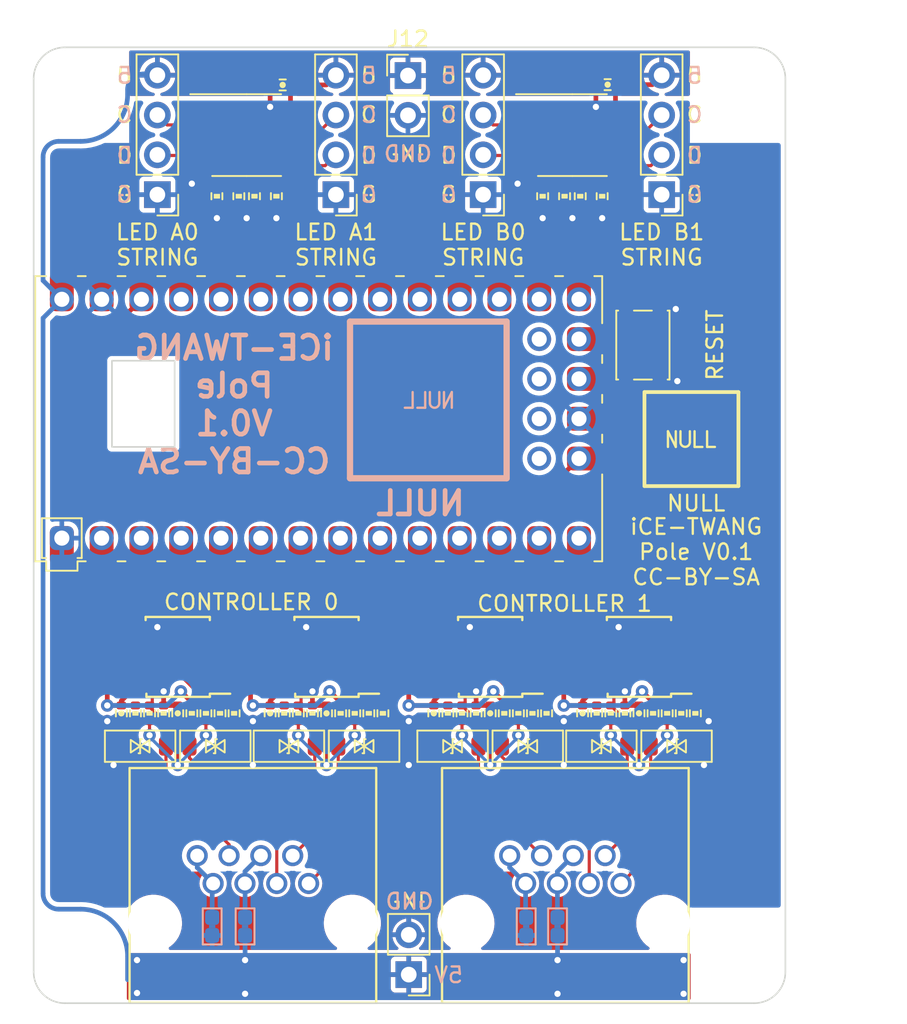
<source format=kicad_pcb>
(kicad_pcb (version 20210925) (generator pcbnew)
  (title_block (title "iCE-TWANG Pole") (rev "V0.1") (company "1BitSquared") (comment 1 "(C) 2021 1BitSquared <info@1bitsquared.com>") (comment 2 "(C) 2021 Piotr Esden-Tempski <piotr@esden.net>") (comment 3 "License: CC-BY-SA 4.0"))
  (layers (0 "F.Cu" signal) (31 "B.Cu" signal) (34 "B.Paste" user) (35 "F.Paste" user) (36 "B.SilkS" user "B.Silkscreen") (37 "F.SilkS" user "F.Silkscreen") (38 "B.Mask" user) (39 "F.Mask" user) (44 "Edge.Cuts" user))
  (net 0 "")
  (net 1 "GND")
  (net 2 "/CTRL0_DAT_TX")
  (net 3 "/CTRL0_DAT_DE")
  (net 4 "/CTRL0_DAT_RX")
  (net 5 "/CTRL0_CLK_TX")
  (net 6 "/CTRL0_CLK_DE")
  (net 7 "/CTRL0_CLK_RX")
  (net 8 "/CTRL1_DAT_TX")
  (net 9 "/CTRL1_DAT_DE")
  (net 10 "/CTRL1_DAT_RX")
  (net 11 "/CTRL1_CLK_TX")
  (net 12 "/CTRL1_CLK_DE")
  (net 13 "/CTRL1_CLK_RX")
  (net 17 "/LEDb1_DAT")
  (net 18 "/LEDb1_CLK")
  (net 19 "/LEDb0_DAT")
  (net 20 "/LEDb0_CLK")
  (net 21 "/LEDa1_DAT")
  (net 22 "/LEDa1_CLK")
  (net 23 "/LEDa0_DAT")
  (net 24 "/LEDa0_CLK")
  (net 26 "+3V3")
  (net 27 "+5V")
  (net 28 "Net-(A1-Pad31)")
  (net 30 "Net-(C3-Pad2)")
  (net 31 "Net-(C4-Pad2)")
  (net 32 "Net-(C7-Pad2)")
  (net 33 "Net-(C8-Pad2)")
  (net 34 "/comm0/COMM5V")
  (net 35 "/comm0/COMMGND")
  (net 36 "/comm0/DAT_P")
  (net 37 "/comm0/DAT_N")
  (net 38 "/comm0/CLK_P")
  (net 39 "/comm1/COMM5V")
  (net 40 "/comm1/COMMGND")
  (net 41 "/comm1/DAT_P")
  (net 42 "/comm1/DAT_N")
  (net 43 "/comm1/CLK_P")
  (net 44 "/comm0/DAT_~{RE}")
  (net 45 "/comm0/CLK_~{RE}")
  (net 46 "/comm0/CLK_N")
  (net 47 "/comm1/DAT_~{RE}")
  (net 48 "/comm1/CLK_~{RE}")
  (net 49 "/comm1/CLK_N")
  (net 50 "Net-(R29-Pad1)")
  (net 51 "Net-(R30-Pad1)")
  (net 52 "Net-(R31-Pad1)")
  (net 53 "Net-(R32-Pad1)")
  (net 54 "Net-(R33-Pad1)")
  (net 55 "Net-(R34-Pad1)")
  (net 56 "Net-(R35-Pad1)")
  (net 57 "Net-(R36-Pad1)")
  (net 58 "/LEDa/DAT0x")
  (net 59 "/LEDa/CLK0x")
  (net 60 "/LEDa/DAT1x")
  (net 61 "/LEDa/CLK1x")
  (net 62 "/LEDb/DAT0x")
  (net 63 "/LEDb/CLK0x")
  (net 64 "/LEDb/DAT1x")
  (net 65 "/LEDb/CLK1x")
  (footprint "pkl_dipol:R_0402" (layer "F.Cu") (at 61.35 62.5 -90)
    (fp_text reference "R17")
    (fp_text value "118R")
  )
  (footprint "pkl_dipol:R_0402" (layer "F.Cu") (at 34.1 29.5 -90)
    (fp_text reference "R31")
    (fp_text value "10k")
  )
  (footprint "pkl_amphenol:AMPHENOL_RJHSE5080" (layer "F.Cu") (at 53.95 75.9)
    (fp_text reference "J6")
    (fp_text value "RJ45")
  )
  (footprint "pkl_dipol:R_0402" (layer "F.Cu") (at 48.25 62.5 90)
    (fp_text reference "R28")
    (fp_text value "620R")
  )
  (footprint "pkl_dipol:R_0402" (layer "F.Cu") (at 32.8 62.5 -90)
    (fp_text reference "R2")
    (fp_text value "10k")
  )
  (footprint "pkl_buttons_switches:SW_SPST_3x4x2.5" (layer "F.Cu") (at 58.9 39 90)
    (fp_text reference "SW1")
    (fp_text value "TACT")
  )
  (footprint "pkl_dipol:C_0402" (layer "F.Cu") (at 45.55 62.5 -90)
    (fp_text reference "C5")
    (fp_text value "100n")
  )
  (footprint "pkl_dipol:C_0402" (layer "F.Cu") (at 55.05 62.5 -90)
    (fp_text reference "C6")
    (fp_text value "100n")
  )
  (footprint "MountingHole:MountingHole_3.2mm_M3_DIN965" (layer "F.Cu") (at 23 78 45)
    (fp_text reference "REF**" hide)
    (fp_text value "MountingHole_3.2mm_M3_DIN965" hide)
  )
  (footprint "pkl_housings_soic:SOIC-8_5x4mm_Pitch1.27mm" (layer "F.Cu") (at 49.15 58.9 180)
    (fp_text reference "U4")
    (fp_text value "SN65HVD75")
  )
  (footprint "pkl_housings_soic:SOIC-8_5x4mm_Pitch1.27mm" (layer "F.Cu") (at 38.700001 58.9 180)
    (fp_text reference "U1")
    (fp_text value "SN65HVD75")
  )
  (footprint "pkl_dipol:R_0402" (layer "F.Cu") (at 39.6 62.5 -90)
    (fp_text reference "R7")
    (fp_text value "620R")
  )
  (footprint "pkl_dipol:R_0402" (layer "F.Cu") (at 52.5 29.5 -90)
    (fp_text reference "R34")
    (fp_text value "10k")
  )
  (footprint "pkl_logos:null_Logo_SilkS_6mm" (layer "F.Cu") (at 62 45)
    (fp_text reference "REF**" hide)
    (fp_text value "null_Logo_SilkS_6mm" hide)
  )
  (footprint "pkl_dipol:R_0402" (layer "F.Cu") (at 26.499999 62.500001 -90)
    (fp_text reference "R13")
    (fp_text value "118R")
  )
  (footprint "pkl_dipol:D_SOD-123-TVS-BIDI" (layer "F.Cu") (at 26.799999 64.6 180)
    (fp_text reference "TVS4")
    (fp_text value "SMF15CA")
  )
  (footprint "pkl_dipol:C_0402" (layer "F.Cu") (at 49.15 62.5 -90)
    (fp_text reference "C8")
    (fp_text value "100n")
  )
  (footprint "pkl_dipol:R_0402" (layer "F.Cu") (at 33.1 29.5 -90)
    (fp_text reference "R29")
    (fp_text value "10k")
  )
  (footprint "pkl_dipol:R_0402" (layer "F.Cu") (at 51.85 62.499999 -90)
    (fp_text reference "R19")
    (fp_text value "118R")
  )
  (footprint "pkl_dipol:R_0402" (layer "F.Cu") (at 30.1 62.5 -90)
    (fp_text reference "R11")
    (fp_text value "620R")
  )
  (footprint "Connector_PinHeader_2.54mm:PinHeader_1x04_P2.54mm_Vertical" (layer "F.Cu") (at 39.300002 29.4 180)
    (fp_text reference "J8")
    (fp_text value "RGB_LED")
  )
  (footprint "pkl_dipol:R_0402" (layer "F.Cu") (at 28.3 62.499999 90)
    (fp_text reference "R14")
    (fp_text value "620R")
  )
  (footprint "pkl_dipol:R_0402" (layer "F.Cu") (at 27.4 62.499999 -90)
    (fp_text reference "R6")
    (fp_text value "118R")
  )
  (footprint "MountingHole:MountingHole_3.2mm_M3_DIN965" (layer "F.Cu") (at 65 23)
    (fp_text reference "REF**" hide)
    (fp_text value "MountingHole_3.2mm_M3_DIN965" hide)
  )
  (footprint "pkl_dipol:R_0402" (layer "F.Cu") (at 47.35 62.5 -90)
    (fp_text reference "R20")
    (fp_text value "118R")
  )
  (footprint "pkl_dipol:C_0402" (layer "F.Cu") (at 58.650001 62.5 -90)
    (fp_text reference "C7")
    (fp_text value "100n")
  )
  (footprint "Package_SO:TSSOP-14_4.4x5mm_P0.65mm" (layer "F.Cu") (at 33.600002 25.6)
    (fp_text reference "U5")
    (fp_text value "74AHCT125")
  )
  (footprint "pkl_dipol:R_0402" (layer "F.Cu") (at 54.9 29.5 -90)
    (fp_text reference "R35")
    (fp_text value "10k")
  )
  (footprint "pkl_dipol:R_0402" (layer "F.Cu") (at 42.3 62.499999 -90)
    (fp_text reference "R1")
    (fp_text value "10k")
  )
  (footprint "pkl_dipol:R_0402" (layer "F.Cu") (at 56.85 62.5 -90)
    (fp_text reference "R18")
    (fp_text value "118R")
  )
  (footprint "pkl_amphenol:AMPHENOL_RJHSE5080" (layer "F.Cu") (at 34 75.9)
    (fp_text reference "J3")
    (fp_text value "RJ45")
  )
  (footprint "pkl_dipol:R_0402" (layer "F.Cu") (at 59.55 62.5 -90)
    (fp_text reference "R21")
    (fp_text value "620R")
  )
  (footprint "pkl_module:iCEBreaker_Bitsy" (layer "F.Cu") (at 38.2 43.7 90)
    (fp_text reference "A1")
    (fp_text value "iCEBreaker_Bitsy")
  )
  (footprint "pkl_dipol:R_0402" (layer "F.Cu") (at 35.999999 62.499999 -90)
    (fp_text reference "R9")
    (fp_text value "118R")
  )
  (footprint "MountingHole:MountingHole_3.2mm_M3_DIN965" (layer "F.Cu") (at 23 23)
    (fp_text reference "REF**" hide)
    (fp_text value "MountingHole_3.2mm_M3_DIN965" hide)
  )
  (footprint "pkl_dipol:R_0402" (layer "F.Cu") (at 55.95 62.5 -90)
    (fp_text reference "R23")
    (fp_text value "118R")
  )
  (footprint "Connector_PinHeader_2.54mm:PinHeader_1x02_P2.54mm_Vertical" (layer "F.Cu") (at 43.95 79.175 180)
    (fp_text reference "J11")
    (fp_text value "5V")
  )
  (footprint "Package_SO:TSSOP-14_4.4x5mm_P0.65mm" (layer "F.Cu") (at 54.4 25.6)
    (fp_text reference "U6")
    (fp_text value "74AHCT125")
  )
  (footprint "Connector_PinHeader_2.54mm:PinHeader_1x04_P2.54mm_Vertical" (layer "F.Cu") (at 60.1 29.4 180)
    (fp_text reference "J10")
    (fp_text value "RGB_LED")
  )
  (footprint "pkl_dipol:R_0402" (layer "F.Cu") (at 31.9 62.5 -90)
    (fp_text reference "R5")
    (fp_text value "118R")
  )
  (footprint "pkl_housings_soic:SOIC-8_5x4mm_Pitch1.27mm" (layer "F.Cu") (at 29.2 58.9 180)
    (fp_text reference "U2")
    (fp_text value "SN65HVD75")
  )
  (footprint "pkl_dipol:R_0402" (layer "F.Cu") (at 52.750001 62.5 -90)
    (fp_text reference "R16")
    (fp_text value "10k")
  )
  (footprint "pkl_dipol:R_0402" (layer "F.Cu") (at 40.5 62.5 -90)
    (fp_text reference "R8")
    (fp_text value "118R")
  )
  (footprint "pkl_dipol:R_0402" (layer "F.Cu") (at 36.899999 62.499999 -90)
    (fp_text reference "R4")
    (fp_text value "118R")
  )
  (footprint "pkl_dipol:D_SOD-123-TVS-BIDI" (layer "F.Cu") (at 31.6 64.600001 180)
    (fp_text reference "TVS3")
    (fp_text value "SMF15CA")
  )
  (footprint "pkl_dipol:D_SOD-123-TVS-BIDI" (layer "F.Cu") (at 51.55 64.6 180)
    (fp_text reference "TVS7")
    (fp_text value "SMF15CA")
  )
  (footprint "pkl_dipol:R_0402" (layer "F.Cu") (at 37.8 62.5 90)
    (fp_text reference "R10")
    (fp_text value "620R")
  )
  (footprint "pkl_dipol:R_0402" (layer "F.Cu") (at 31 62.5 -90)
    (fp_text reference "R12")
    (fp_text value "118R")
  )
  (footprint "pkl_dipol:C_0402" (layer "F.Cu") (at 29.2 62.500001 -90)
    (fp_text reference "C4")
    (fp_text value "100n")
  )
  (footprint "pkl_dipol:R_0402" (layer "F.Cu") (at 53.9 29.5 -90)
    (fp_text reference "R33")
    (fp_text value "10k")
  )
  (footprint "pkl_dipol:C_0402" (layer "F.Cu") (at 35.900002 22.4 180)
    (fp_text reference "C9")
    (fp_text value "100n")
  )
  (footprint "pkl_dipol:D_SOD-123-TVS-BIDI" (layer "F.Cu") (at 36.299999 64.6 180)
    (fp_text reference "TVS2")
    (fp_text value "SMF15CA")
  )
  (footprint "pkl_dipol:D_SOD-123-TVS-BIDI" (layer "F.Cu") (at 56.25 64.6 180)
    (fp_text reference "TVS6")
    (fp_text value "SMF15CA")
  )
  (footprint "pkl_dipol:R_0402" (layer "F.Cu") (at 57.75 62.5 90)
    (fp_text reference "R24")
    (fp_text value "620R")
  )
  (footprint "Connector_PinHeader_2.54mm:PinHeader_1x04_P2.54mm_Vertical" (layer "F.Cu") (at 48.7 29.4 180)
    (fp_text reference "J9")
    (fp_text value "RGB_LED")
  )
  (footprint "pkl_dipol:D_SOD-123-TVS-BIDI" (layer "F.Cu") (at 41.100001 64.6 180)
    (fp_text reference "TVS1")
    (fp_text value "SMF15CA")
  )
  (footprint "pkl_dipol:R_0402" (layer "F.Cu") (at 50.05 62.5 -90)
    (fp_text reference "R25")
    (fp_text value "620R")
  )
  (footprint "pkl_dipol:C_0402" (layer "F.Cu") (at 56.649999 22.38 180)
    (fp_text reference "C10")
    (fp_text value "100n")
  )
  (footprint "MountingHole:MountingHole_3.2mm_M3_DIN965" (layer "F.Cu") (at 65 78 45)
    (fp_text reference "REF**" hide)
    (fp_text value "MountingHole_3.2mm_M3_DIN965" hide)
  )
  (footprint "pkl_dipol:C_0402" (layer "F.Cu") (at 25.6 62.5 -90)
    (fp_text reference "C2")
    (fp_text value "100n")
  )
  (footprint "pkl_dipol:C_0402" (layer "F.Cu") (at 38.7 62.5 -90)
    (fp_text reference "C3")
    (fp_text value "100n")
  )
  (footprint "Connector_PinHeader_2.54mm:PinHeader_1x04_P2.54mm_Vertical" (layer "F.Cu") (at 27.900002 29.4 180)
    (fp_text reference "J7")
    (fp_text value "RGB_LED")
  )
  (footprint "pkl_dipol:C_0402" (layer "F.Cu") (at 35.1 62.500001 -90)
    (fp_text reference "C1")
    (fp_text value "100n")
  )
  (footprint "pkl_dipol:R_0402" (layer "F.Cu") (at 35.5 29.5 -90)
    (fp_text reference "R32")
    (fp_text value "10k")
  )
  (footprint "pkl_dipol:R_0402" (layer "F.Cu") (at 31.7 29.5 -90)
    (fp_text reference "R30")
    (fp_text value "10k")
  )
  (footprint "pkl_dipol:R_0402" (layer "F.Cu") (at 41.399999 62.5 -90)
    (fp_text reference "R3")
    (fp_text value "118R")
  )
  (footprint "pkl_dipol:R_0402" (layer "F.Cu") (at 60.45 62.5 -90)
    (fp_text reference "R22")
    (fp_text value "118R")
  )
  (footprint "pkl_dipol:R_0402" (layer "F.Cu") (at 62.25 62.5 -90)
    (fp_text reference "R15")
    (fp_text value "10k")
  )
  (footprint "pkl_dipol:R_0402" (layer "F.Cu") (at 46.45 62.5 -90)
    (fp_text reference "R27")
    (fp_text value "118R")
  )
  (footprint "pkl_housings_soic:SOIC-8_5x4mm_Pitch1.27mm" (layer "F.Cu") (at 58.65 58.9 180)
    (fp_text reference "U3")
    (fp_text value "SN65HVD75")
  )
  (footprint "pkl_dipol:D_SOD-123-TVS-BIDI" (layer "F.Cu") (at 46.75 64.6 180)
    (fp_text reference "TVS8")
    (fp_text value "SMF15CA")
  )
  (footprint "Connector_PinHeader_2.54mm:PinHeader_1x02_P2.54mm_Vertical" (layer "F.Cu") (at 43.9 21.8)
    (fp_text reference "J12")
    (fp_text value "5V")
  )
  (footprint "pkl_dipol:R_0402" (layer "F.Cu") (at 50.949999 62.5 -90)
    (fp_text reference "R26")
    (fp_text value "118R")
  )
  (footprint "pkl_dipol:R_0402" (layer "F.Cu") (at 56.3 29.5 -90)
    (fp_text reference "R36")
    (fp_text value "10k")
  )
  (footprint "pkl_dipol:D_SOD-123-TVS-BIDI" (layer "F.Cu") (at 61.05 64.6 180)
    (fp_text reference "TVS5")
    (fp_text value "SMF15CA")
  )
  (footprint "pkl_logos:null_Logo_SilkS_10mm" (layer "B.Cu") (at 45.2 42.5 180)
    (fp_text reference "REF**" hide)
    (fp_text value "null_Logo_SilkS_10mm" hide)
  )
  (footprint "pkl_jumpers:J_NC_0603_40" (layer "B.Cu") (at 31.4 76.100001 90)
    (fp_text reference "J2")
    (fp_text value "COMMGND")
  )
  (footprint "pkl_jumpers:J_NC_0603_40" (layer "B.Cu") (at 51.45 76.1 90)
    (fp_text reference "J5")
    (fp_text value "COMMGND")
  )
  (footprint "pkl_jumpers:J_NC_0603_40" (layer "B.Cu") (at 33.499999 76.1 -90)
    (fp_text reference "J1")
    (fp_text value "COMM5V")
  )
  (footprint "pkl_jumpers:J_NC_0603_40" (layer "B.Cu") (at 53.45 76.1 -90)
    (fp_text reference "J4")
    (fp_text value "COMM5V")
  )
  (gr_arc (start 22 22) (end 20 22) (angle 90) (layer "Edge.Cuts") (width 0.1))
  (gr_line (start 66 81) (end 22 81) (layer "Edge.Cuts") (width 0.1))
  (gr_line (start 68 22) (end 68 79) (layer "Edge.Cuts") (width 0.1))
  (gr_arc (start 66 22) (end 66 20) (angle 90) (layer "Edge.Cuts") (width 0.1))
  (gr_arc (start 66 79) (end 66 81) (angle -90) (layer "Edge.Cuts") (width 0.1))
  (gr_arc (start 22 79) (end 22 81) (angle 90) (layer "Edge.Cuts") (width 0.1))
  (gr_line (start 22 20) (end 66 20) (layer "Edge.Cuts") (width 0.1))
  (gr_line (start 20 79) (end 20 22) (layer "Edge.Cuts") (width 0.1))
  (gr_rect (start 25 40) (end 29 45.5) (layer "Edge.Cuts") (width 0.1) (fill none))
  (gr_text "iCE-TWANG\nPole\nV0.1\nCC-BY-SA" (at 32.8 42.8) (layer "B.SilkS") (effects (font (size 1.5 1.5) (thickness 0.3)) (justify mirror)))
  (gr_text "5" (at 46.5 21.8) (layer "B.SilkS") (effects (font (size 1 1)) (justify mirror)))
  (gr_text "G" (at 41.4 29.4) (layer "B.SilkS") (effects (font (size 1 1)) (justify mirror)))
  (gr_text "GND" (at 43.9 26.8) (layer "B.SilkS") (effects (font (size 1 1)) (justify mirror)))
  (gr_text "5V" (at 46.5 79.2) (layer "B.SilkS") (effects (font (size 1 1)) (justify mirror)))
  (gr_text "D" (at 62.2 26.9) (layer "B.SilkS") (effects (font (size 1 1)) (justify mirror)))
  (gr_text "D" (at 46.5 26.9) (layer "B.SilkS") (effects (font (size 1 1)) (justify mirror)))
  (gr_text "C" (at 41.4 24.3) (layer "B.SilkS") (effects (font (size 1 1)) (justify mirror)))
  (gr_text "G" (at 46.5 29.4) (layer "B.SilkS") (effects (font (size 1 1)) (justify mirror)))
  (gr_text "5" (at 62.2 21.8) (layer "B.SilkS") (effects (font (size 1 1)) (justify mirror)))
  (gr_text "D" (at 25.8 26.9) (layer "B.SilkS") (effects (font (size 1 1)) (justify mirror)))
  (gr_text "NULL" (at 44.7 49.1) (layer "B.SilkS") (effects (font (size 1.5 1.5) (thickness 0.3)) (justify mirror)))
  (gr_text "G" (at 62.2 29.4) (layer "B.SilkS") (effects (font (size 1 1)) (justify mirror)))
  (gr_text "GND" (at 44 74.5) (layer "B.SilkS") (effects (font (size 1 1)) (justify mirror)))
  (gr_text "D" (at 41.4 26.9) (layer "B.SilkS") (effects (font (size 1 1)) (justify mirror)))
  (gr_text "5" (at 25.8 21.8) (layer "B.SilkS") (effects (font (size 1 1)) (justify mirror)))
  (gr_text "5" (at 41.4 21.8) (layer "B.SilkS") (effects (font (size 1 1)) (justify mirror)))
  (gr_text "C" (at 62.2 24.3) (layer "B.SilkS") (effects (font (size 1 1)) (justify mirror)))
  (gr_text "C" (at 46.5 24.3) (layer "B.SilkS") (effects (font (size 1 1)) (justify mirror)))
  (gr_text "C" (at 25.8 24.3) (layer "B.SilkS") (effects (font (size 1 1)) (justify mirror)))
  (gr_text "G" (at 25.8 29.4) (layer "B.SilkS") (effects (font (size 1 1)) (justify mirror)))
  (gr_text "5" (at 46.5 21.8) (layer "F.SilkS") (effects (font (size 1 1))))
  (gr_text "GND" (at 44 74.5) (layer "F.SilkS") (effects (font (size 1 1))))
  (gr_text "D" (at 46.5 26.9) (layer "F.SilkS") (effects (font (size 1 1))))
  (gr_text "CONTROLLER 0" (at 33.9 55.4) (layer "F.SilkS") (effects (font (size 1 1))))
  (gr_text "C" (at 62.2 24.3) (layer "F.SilkS") (effects (font (size 1 1))))
  (gr_text "LED B1\nSTRING" (at 60.1 32.6) (layer "F.SilkS") (effects (font (size 1 1))))
  (gr_text "iCE-TWANG\nPole V0.1\nCC-BY-SA" (at 62.3 52.2) (layer "F.SilkS") (effects (font (size 1 1))))
  (gr_text "D" (at 62.2 26.9) (layer "F.SilkS") (effects (font (size 1 1))))
  (gr_text "G" (at 25.8 29.4) (layer "F.SilkS") (effects (font (size 1 1))))
  (gr_text "LED A0\nSTRING" (at 27.900002 32.6) (layer "F.SilkS") (effects (font (size 1 1))))
  (gr_text "LED B0\nSTRING" (at 48.7 32.6) (layer "F.SilkS") (effects (font (size 1 1))))
  (gr_text "C" (at 25.8 24.3) (layer "F.SilkS") (effects (font (size 1 1))))
  (gr_text "CONTROLLER 1" (at 53.9 55.5) (layer "F.SilkS") (effects (font (size 1 1))))
  (gr_text "5" (at 62.2 21.8) (layer "F.SilkS") (effects (font (size 1 1))))
  (gr_text "G" (at 41.4 29.4) (layer "F.SilkS") (effects (font (size 1 1))))
  (gr_text "5" (at 25.8 21.8) (layer "F.SilkS") (effects (font (size 1 1))))
  (gr_text "LED A1\nSTRING" (at 39.300002 32.6) (layer "F.SilkS") (effects (font (size 1 1))))
  (gr_text "D" (at 25.8 26.9) (layer "F.SilkS") (effects (font (size 1 1))))
  (gr_text "C" (at 41.4 24.3) (layer "F.SilkS") (effects (font (size 1 1))))
  (gr_text "G" (at 62.2 29.4) (layer "F.SilkS") (effects (font (size 1 1))))
  (gr_text "D" (at 41.4 26.9) (layer "F.SilkS") (effects (font (size 1 1))))
  (gr_text "RESET" (at 63.5 39 90) (layer "F.SilkS") (effects (font (size 1 1))))
  (gr_text "C" (at 46.5 24.3) (layer "F.SilkS") (effects (font (size 1 1))))
  (gr_text "G" (at 46.5 29.4) (layer "F.SilkS") (effects (font (size 1 1))))
  (gr_text "5" (at 41.4 21.8) (layer "F.SilkS") (effects (font (size 1 1))))
  (gr_text "GND" (at 43.9 26.8) (layer "F.SilkS") (effects (font (size 1 1))))
  (gr_text "NULL" (at 62.3 49.1) (layer "F.SilkS") (effects (font (size 1 1))))
  (segment (start 56.3 30) (end 56.3 30.9) (width 0.3) (layer "F.Cu") (net 1))
  (segment (start 49.15 62) (end 48.25 62) (width 0.3) (layer "F.Cu") (net 1))
  (segment (start 54.9 30.4) (end 54.4 30.9) (width 0.3) (layer "F.Cu") (net 1))
  (segment (start 31.7 30) (end 31.7 30.9) (width 0.3) (layer "F.Cu") (net 1))
  (segment (start 33.25 64.6) (end 33.25 65.05) (width 0.3) (layer "F.Cu") (net 1))
  (segment (start 55.9 22.629999) (end 56.149999 22.38) (width 0.3) (layer "F.Cu") (net 1))
  (segment (start 27.9 57) (end 27.895 56.995) (width 0.3) (layer "F.Cu") (net 1))
  (segment (start 34.65 64.6) (end 33.25 64.6) (width 0.3) (layer "F.Cu") (net 1))
  (segment (start 53.2 65.15) (end 53.85 65.8) (width 0.3) (layer "F.Cu") (net 1))
  (segment (start 50.9 28.1875) (end 51.5375 27.55) (width 0.3) (layer "F.Cu") (net 1))
  (segment (start 34.65 64.6) (end 34.650001 65.15) (width 0.3) (layer "F.Cu") (net 1))
  (segment (start 30.1 28.187502) (end 30.737502 27.55) (width 0.3) (layer "F.Cu") (net 1))
  (segment (start 33.1 30.4) (end 33.1 30) (width 0.3) (layer "F.Cu") (net 1))
  (segment (start 35.1 63.000001) (end 34 63) (width 0.2) (layer "F.Cu") (net 1))
  (segment (start 35.1 22.700002) (end 35.400002 22.4) (width 0.3) (layer "F.Cu") (net 1))
  (segment (start 53.2 64.6) (end 53.2 65.15) (width 0.3) (layer "F.Cu") (net 1))
  (segment (start 35.5 30) (end 35.5 30.9) (width 0.3) (layer "F.Cu") (net 1))
  (segment (start 43.95 63) (end 45.55 63) (width 0.3) (layer "F.Cu") (net 1))
  (segment (start 33.6 30.9) (end 33.1 30.4) (width 0.3) (layer "F.Cu") (net 1))
  (segment (start 53.9 30.4) (end 54.4 30.9) (width 0.3) (layer "F.Cu") (net 1))
  (segment (start 55.05 63) (end 53.85 63) (width 0.3) (layer "F.Cu") (net 1))
  (segment (start 35.1 23.8) (end 35.1 22.700002) (width 0.3) (layer "F.Cu") (net 1))
  (segment (start 25.149999 65.750001) (end 25.1 65.8) (width 0.3) (layer "F.Cu") (net 1))
  (segment (start 53.9 30) (end 53.9 30.4) (width 0.3) (layer "F.Cu") (net 1))
  (segment (start 43.95 65.8) (end 42.750001 64.6) (width 0.3) (layer "F.Cu") (net 1))
  (segment (start 34.1 30.4) (end 34.1 30) (width 0.3) (layer "F.Cu") (net 1))
  (segment (start 37.4 57) (end 36.004999 57) (width 0.3) (layer "F.Cu") (net 1))
  (segment (start 55.9 23.8) (end 55.9 22.629999) (width 0.3) (layer "F.Cu") (net 1))
  (segment (start 43.95 65.8) (end 45.1 64.65) (width 0.3) (layer "F.Cu") (net 1))
  (segment (start 30.1 28.7) (end 30.1 28.187502) (width 0.3) (layer "F.Cu") (net 1))
  (segment (start 45.1 64.65) (end 45.1 64.6) (width 0.3) (layer "F.Cu") (net 1))
  (segment (start 57.75 62) (end 57.75 61.1) (width 0.3) (layer "F.Cu") (net 1))
  (segment (start 42.3 63) (end 43.95 63) (width 0.3) (layer "F.Cu") (net 1))
  (segment (start 32.8 63) (end 34 63) (width 0.3) (layer "F.Cu") (net 1))
  (segment (start 27.895 56.995) (end 26.499999 56.995) (width 0.3) (layer "F.Cu") (net 1))
  (segment (start 38.700001 62) (end 37.8 62.000001) (width 0.3) (layer "F.Cu") (net 1))
  (segment (start 28.300001 62) (end 28.3 61.1) (width 0.3) (layer "F.Cu") (net 1))
  (segment (start 25.6 63) (end 24.7 63) (width 0.3) (layer "F.Cu") (net 1))
  (segment (start 34.650001 65.15) (end 34 65.8) (width 0.3) (layer "F.Cu") (net 1))
  (segment (start 52.5 30) (end 52.5 30.9) (width 0.3) (layer "F.Cu") (net 1))
  (segment (start 62.25 63) (end 63.1 63) (width 0.3) (layer "F.Cu") (net 1))
  (segment (start 50.9 28.7) (end 50.9 28.1875) (width 0.3) (layer "F.Cu") (net 1))
  (segment (start 57.345 56.995) (end 57.35 57) (width 0.3) (layer "F.Cu") (net 1))
  (segment (start 54.6 64.6) (end 54.6 65.05) (width 0.3) (layer "F.Cu") (net 1))
  (segment (start 37.8 62.000001) (end 37.8 61.099999) (width 0.3) (layer "F.Cu") (net 1))
  (segment (start 33.6 30.9) (end 34.1 30.4) (width 0.3) (layer "F.Cu") (net 1))
  (segment (start 29.2 62.000001) (end 28.300001 62) (width 0.3) (layer "F.Cu") (net 1))
  (segment (start 33.25 65.05) (end 34 65.8) (width 0.3) (layer "F.Cu") (net 1))
  (segment (start 62.7 65.75) (end 62.7 64.6) (width 0.3) (layer "F.Cu") (net 1))
  (segment (start 60.025001 36.7) (end 61 36.7) (width 0.3) (layer "F.Cu") (net 1))
  (segment (start 60.025001 41.3) (end 61.1 41.300001) (width 0.3) (layer "F.Cu") (net 1))
  (segment (start 58.650001 62) (end 57.75 62) (width 0.3) (layer "F.Cu") (net 1))
  (segment (start 47.845 56.995) (end 47.85 57) (width 0.3) (layer "F.Cu") (net 1))
  (segment (start 46.45 56.995) (end 47.845 56.995) (width 0.3) (layer "F.Cu") (net 1))
  (segment (start 48.25 62) (end 48.25 61.1) (width 0.3) (layer "F.Cu") (net 1))
  (segment (start 54.6 65.05) (end 53.85 65.8) (width 0.3) (layer "F.Cu") (net 1))
  (segment (start 62.75 65.8) (end 62.7 65.75) (width 0.3) (layer "F.Cu") (net 1))
  (segment (start 55.95 56.995) (end 57.345 56.995) (width 0.3) (layer "F.Cu") (net 1))
  (segment (start 52.750001 63) (end 53.85 63) (width 0.3) (layer "F.Cu") (net 1))
  (segment (start 25.149999 64.6) (end 25.149999 65.750001) (width 0.3) (layer "F.Cu") (net 1))
  (segment (start 36.004999 57) (end 35.999999 56.995) (width 0.3) (layer "F.Cu") (net 1))
  (segment (start 54.9 30) (end 54.9 30.4) (width 0.3) (layer "F.Cu") (net 1))
  (via (at 43.95 63) (size 0.8) (drill 0.4) (layers "F.Cu" "B.Cu") (net 1))
  (via (at 37.4 57) (size 0.8) (drill 0.4) (layers "F.Cu" "B.Cu") (net 1))
  (via (at 57.35 57) (size 0.8) (drill 0.4) (layers "F.Cu" "B.Cu") (net 1))
  (via (at 24.7 63) (size 0.8) (drill 0.4) (layers "F.Cu" "B.Cu") (net 1))
  (via (at 55.9 23.8) (size 0.8) (drill 0.4) (layers "F.Cu" "B.Cu") (net 1))
  (via (at 53.85 65.8) (size 0.8) (drill 0.4) (layers "F.Cu" "B.Cu") (net 1))
  (via (at 61 36.7) (size 0.8) (drill 0.4) (layers "F.Cu" "B.Cu") (net 1))
  (via (at 27.9 57) (size 0.8) (drill 0.4) (layers "F.Cu" "B.Cu") (net 1))
  (via (at 31.7 30.9) (size 0.8) (drill 0.4) (layers "F.Cu" "B.Cu") (net 1))
  (via (at 30.1 28.7) (size 0.8) (drill 0.4) (layers "F.Cu" "B.Cu") (net 1))
  (via (at 53.85 63) (size 0.8) (drill 0.4) (layers "F.Cu" "B.Cu") (net 1))
  (via (at 56.3 30.9) (size 0.8) (drill 0.4) (layers "F.Cu" "B.Cu") (net 1))
  (via (at 25.1 65.8) (size 0.8) (drill 0.4) (layers "F.Cu" "B.Cu") (net 1))
  (via (at 61.1 41.300001) (size 0.8) (drill 0.4) (layers "F.Cu" "B.Cu") (net 1))
  (via (at 63.1 63) (size 0.8) (drill 0.4) (layers "F.Cu" "B.Cu") (net 1))
  (via (at 43.95 65.8) (size 0.8) (drill 0.4) (layers "F.Cu" "B.Cu") (net 1))
  (via (at 47.85 57) (size 0.8) (drill 0.4) (layers "F.Cu" "B.Cu") (net 1))
  (via (at 28.3 61.1) (size 0.8) (drill 0.4) (layers "F.Cu" "B.Cu") (net 1))
  (via (at 34 65.8) (size 0.8) (drill 0.4) (layers "F.Cu" "B.Cu") (net 1))
  (via (at 35.5 30.9) (size 0.8) (drill 0.4) (layers "F.Cu" "B.Cu") (net 1))
  (via (at 57.75 61.1) (size 0.8) (drill 0.4) (layers "F.Cu" "B.Cu") (net 1))
  (via (at 33.6 30.9) (size 0.8) (drill 0.4) (layers "F.Cu" "B.Cu") (net 1))
  (via (at 37.8 61.099999) (size 0.8) (drill 0.4) (layers "F.Cu" "B.Cu") (net 1))
  (via (at 35.1 23.8) (size 0.8) (drill 0.4) (layers "F.Cu" "B.Cu") (net 1))
  (via (at 50.9 28.7) (size 0.8) (drill 0.4) (layers "F.Cu" "B.Cu") (net 1))
  (via (at 34 63) (size 0.8) (drill 0.4) (layers "F.Cu" "B.Cu") (net 1))
  (via (at 62.8 65.8) (size 0.8) (drill 0.4) (layers "F.Cu" "B.Cu") (net 1))
  (via (at 54.4 30.9) (size 0.8) (drill 0.4) (layers "F.Cu" "B.Cu") (net 1))
  (via (at 48.25 61.1) (size 0.8) (drill 0.4) (layers "F.Cu" "B.Cu") (net 1))
  (via (at 52.5 30.9) (size 0.8) (drill 0.4) (layers "F.Cu" "B.Cu") (net 1))
  (segment (start 40.205 56.995) (end 41.400001 56.995) (width 0.2) (layer "F.Cu") (net 2))
  (segment (start 37.04 53.84) (end 40.2 57) (width 0.2) (layer "F.Cu") (net 2))
  (segment (start 37.04 51.32) (end 37.04 53.84) (width 0.2) (layer "F.Cu") (net 2))
  (segment (start 40.2 57) (end 40.205 56.995) (width 0.2) (layer "F.Cu") (net 2))
  (segment (start 34.5 51.32) (end 34.5 52.4) (width 0.2) (layer "F.Cu") (net 3))
  (segment (start 34.5 52.4) (end 40.365 58.265) (width 0.2) (layer "F.Cu") (net 3))
  (segment (start 40.365 58.265) (end 41.4 58.265001) (width 0.2) (layer "F.Cu") (net 3))
  (segment (start 37.089259 55.7) (end 40.2 58.810741) (width 0.2) (layer "F.Cu") (net 4))
  (segment (start 40.2 58.810741) (end 40.2 60.6) (width 0.2) (layer "F.Cu") (net 4))
  (segment (start 35.26237 55.7) (end 37.089259 55.7) (width 0.2) (layer "F.Cu") (net 4))
  (segment (start 31.96 51.32) (end 31.96 52.39763) (width 0.2) (layer "F.Cu") (net 4))
  (segment (start 40.2 60.6) (end 40.405 60.805) (width 0.2) (layer "F.Cu") (net 4))
  (segment (start 31.96 52.39763) (end 35.26237 55.7) (width 0.2) (layer "F.Cu") (net 4))
  (segment (start 40.405 60.805) (end 41.399999 60.805) (width 0.2) (layer "F.Cu") (net 4))
  (segment (start 29.42 55.72) (end 30.695 56.995) (width 0.2) (layer "F.Cu") (net 5))
  (segment (start 29.42 51.32) (end 29.42 55.72) (width 0.2) (layer "F.Cu") (net 5))
  (segment (start 30.695 56.995) (end 31.9 56.995) (width 0.2) (layer "F.Cu") (net 5))
  (segment (start 26.88 51.32) (end 26.88 54.079999) (width 0.2) (layer "F.Cu") (net 6))
  (segment (start 26.88 54.079999) (end 31.065 58.265) (width 0.2) (layer "F.Cu") (net 6))
  (segment (start 31.065 58.265) (end 31.9 58.265) (width 0.2) (layer "F.Cu") (net 6))
  (segment (start 29.899999 58.949871) (end 31.755128 60.805) (width 0.2) (layer "F.Cu") (net 7))
  (segment (start 29.899999 57.957629) (end 29.899999 58.949871) (width 0.2) (layer "F.Cu") (net 7))
  (segment (start 24.34 52.39763) (end 29.899999 57.957629) (width 0.2) (layer "F.Cu") (net 7))
  (segment (start 24.34 51.32) (end 24.34 52.39763) (width 0.2) (layer "F.Cu") (net 7))
  (segment (start 31.755128 60.805) (end 31.9 60.805) (width 0.2) (layer "F.Cu") (net 7))
  (segment (start 52.28 51.32) (end 52.28 52.48) (width 0.2) (layer "F.Cu") (net 8))
  (segment (start 52.28 52.48) (end 54 54.2) (width 0.2) (layer "F.Cu") (net 8))
  (segment (start 57.5 54.2) (end 60.2975 56.9975) (width 0.2) (layer "F.Cu") (net 8))
  (segment (start 60.345 56.995) (end 61.35 56.995) (width 0.2) (layer "F.Cu") (net 8))
  (segment (start 54 54.2) (end 57.5 54.2) (width 0.2) (layer "F.Cu") (net 8))
  (segment (start 49.74 52.44) (end 51.9 54.6) (width 0.2) (layer "F.Cu") (net 9))
  (segment (start 60.315 58.265) (end 61.35 58.265) (width 0.2) (layer "F.Cu") (net 9))
  (segment (start 49.74 51.32) (end 49.74 52.44) (width 0.2) (layer "F.Cu") (net 9))
  (segment (start 56.6175 54.6) (end 60.2825 58.265) (width 0.2) (layer "F.Cu") (net 9))
  (segment (start 51.9 54.6) (end 56.6175 54.6) (width 0.2) (layer "F.Cu") (net 9))
  (segment (start 48.35 53.55) (end 49.25 53.55) (width 0.2) (layer "F.Cu") (net 10))
  (segment (start 60.15 60.5) (end 60.455 60.805) (width 0.2) (layer "F.Cu") (net 10))
  (segment (start 56.5 55.15) (end 60.15 58.8) (width 0.2) (layer "F.Cu") (net 10))
  (segment (start 49.25 53.55) (end 50.85 55.15) (width 0.2) (layer "F.Cu") (net 10))
  (segment (start 60.455 60.805) (end 61.35 60.805) (width 0.2) (layer "F.Cu") (net 10))
  (segment (start 47.2 52.4) (end 48.35 53.55) (width 0.2) (layer "F.Cu") (net 10))
  (segment (start 50.85 55.15) (end 56.5 55.15) (width 0.2) (layer "F.Cu") (net 10))
  (segment (start 60.15 58.8) (end 60.15 60.5) (width 0.2) (layer "F.Cu") (net 10))
  (segment (start 47.2 51.32) (end 47.2 52.4) (width 0.2) (layer "F.Cu") (net 10))
  (segment (start 47.2 51.32) (end 47.2 52.501) (width 0.2) (layer "F.Cu") (net 10))
  (segment (start 44.66 51.32) (end 44.66 52.46) (width 0.2) (layer "F.Cu") (net 11))
  (segment (start 50.755 56.995) (end 51.85 56.995) (width 0.2) (layer "F.Cu") (net 11))
  (segment (start 48.25 54.5) (end 50.75 57) (width 0.2) (layer "F.Cu") (net 11))
  (segment (start 46.7 54.5) (end 48.25 54.5) (width 0.2) (layer "F.Cu") (net 11))
  (segment (start 50.75 57) (end 50.755 56.995) (width 0.2) (layer "F.Cu") (net 11))
  (segment (start 44.66 52.46) (end 46.7 54.5) (width 0.2) (layer "F.Cu") (net 11))
  (segment (start 47.55 55) (end 50.815 58.265) (width 0.2) (layer "F.Cu") (net 12))
  (segment (start 50.815 58.265) (end 51.85 58.265) (width 0.2) (layer "F.Cu") (net 12))
  (segment (start 42.12 52.32) (end 44.8 55) (width 0.2) (layer "F.Cu") (net 12))
  (segment (start 44.8 55) (end 47.55 55) (width 0.2) (layer "F.Cu") (net 12))
  (segment (start 42.12 51.32) (end 42.12 52.32) (width 0.2) (layer "F.Cu") (net 12))
  (segment (start 51.055 60.805) (end 51.85 60.805) (width 0.2) (layer "F.Cu") (net 13))
  (segment (start 39.58 51.32) (end 39.58 52.28) (width 0.2) (layer "F.Cu") (net 13))
  (segment (start 39.58 52.28) (end 42.9 55.6) (width 0.2) (layer "F.Cu") (net 13))
  (segment (start 50.15 59.9) (end 51.055 60.805) (width 0.2) (layer "F.Cu") (net 13))
  (segment (start 47.45 55.6) (end 50.15 58.3) (width 0.2) (layer "F.Cu") (net 13))
  (segment (start 42.9 55.6) (end 47.45 55.6) (width 0.2) (layer "F.Cu") (net 13))
  (segment (start 50.15 58.3) (end 50.15 59.9) (width 0.2) (layer "F.Cu") (net 13))
  (segment (start 57.2 32.8) (end 57.2 28.9) (width 0.2) (layer "F.Cu") (net 17))
  (segment (start 56.5 26.9) (end 57.2625 26.9) (width 0.2) (layer "F.Cu") (net 17))
  (segment (start 56.2 27.2) (end 56.5 26.9) (width 0.2) (layer "F.Cu") (net 17))
  (segment (start 57.2 28.9) (end 56.2 27.9) (width 0.2) (layer "F.Cu") (net 17))
  (segment (start 56.5 33.5) (end 57.2 32.8) (width 0.2) (layer "F.Cu") (net 17))
  (segment (start 49.74 36.08) (end 49.74 34.16) (width 0.2) (layer "F.Cu") (net 17))
  (segment (start 49.74 34.16) (end 50.4 33.5) (width 0.2) (layer "F.Cu") (net 17))
  (segment (start 50.4 33.5) (end 56.5 33.5) (width 0.2) (layer "F.Cu") (net 17))
  (segment (start 56.2 27.9) (end 56.2 27.2) (width 0.2) (layer "F.Cu") (net 17))
  (segment (start 55 33) (end 55.6 32.4) (width 0.2) (layer "F.Cu") (net 18))
  (segment (start 47.2 36.08) (end 47.2 34.1) (width 0.2) (layer "F.Cu") (net 18))
  (segment (start 55.4 28.265006) (end 55.4 26) (width 0.2) (layer "F.Cu") (net 18))
  (segment (start 55.6 32.4) (end 55.6 28.465006) (width 0.2) (layer "F.Cu") (net 18))
  (segment (start 47.2 34.1) (end 48.3 33) (width 0.2) (layer "F.Cu") (net 18))
  (segment (start 56.45 24.95) (end 57.2625 24.95) (width 0.2) (layer "F.Cu") (net 18))
  (segment (start 55.4 26) (end 56.45 24.95) (width 0.2) (layer "F.Cu") (net 18))
  (segment (start 55.6 28.465006) (end 55.4 28.265006) (width 0.2) (layer "F.Cu") (net 18))
  (segment (start 48.3 33) (end 55 33) (width 0.2) (layer "F.Cu") (net 18))
  (segment (start 51.1 32.2) (end 51.8 31.5) (width 0.2) (layer "F.Cu") (net 19))
  (segment (start 44 32.2) (end 51.1 32.2) (width 0.2) (layer "F.Cu") (net 19))
  (segment (start 42.12 34.08) (end 44 32.2) (width 0.2) (layer "F.Cu") (net 19))
  (segment (start 52.6 27.792778) (end 52.6 26.6) (width 0.2) (layer "F.Cu") (net 19))
  (segment (start 42.12 36.08) (end 42.12 34.08) (width 0.2) (layer "F.Cu") (net 19))
  (segment (start 52.25 26.25) (end 51.5375 26.25) (width 0.2) (layer "F.Cu") (net 19))
  (segment (start 51.8 28.592778) (end 52.6 27.792778) (width 0.2) (layer "F.Cu") (net 19))
  (segment (start 52.6 26.6) (end 52.25 26.25) (width 0.2) (layer "F.Cu") (net 19))
  (segment (start 51.8 31.5) (end 51.8 28.592778) (width 0.2) (layer "F.Cu") (net 19))
  (segment (start 53.2 32) (end 53.2 28.365006) (width 0.2) (layer "F.Cu") (net 20))
  (segment (start 44.66 35.00237) (end 47.06237 32.6) (width 0.2) (layer "F.Cu") (net 20))
  (segment (start 52.6 32.6) (end 53.2 32) (width 0.2) (layer "F.Cu") (net 20))
  (segment (start 53.2 28.365006) (end 53.39904 28.165966) (width 0.2) (layer "F.Cu") (net 20))
  (segment (start 53.39904 25.39904) (end 52.3 24.3) (width 0.2) (layer "F.Cu") (net 20))
  (segment (start 47.06237 32.6) (end 52.6 32.6) (width 0.2) (layer "F.Cu") (net 20))
  (segment (start 44.66 36.08) (end 44.66 35.00237) (width 0.2) (layer "F.Cu") (net 20))
  (segment (start 52.3 24.3) (end 51.5375 24.3) (width 0.2) (layer "F.Cu") (net 20))
  (segment (start 53.39904 28.165966) (end 53.39904 25.39904) (width 0.2) (layer "F.Cu") (net 20))
  (segment (start 35.4 27.9) (end 35.4 27.2) (width 0.2) (layer "F.Cu") (net 21))
  (segment (start 36.2 28.2) (end 35.7 28.2) (width 0.2) (layer "F.Cu") (net 21))
  (segment (start 36.7 31.2) (end 36.7 28.7) (width 0.2) (layer "F.Cu") (net 21))
  (segment (start 35.4 27.2) (end 35.7 26.9) (width 0.2) (layer "F.Cu") (net 21))
  (segment (start 36.7 28.7) (end 36.2 28.2) (width 0.2) (layer "F.Cu") (net 21))
  (segment (start 35.7 26.9) (end 36.462502 26.9) (width 0.2) (layer "F.Cu") (net 21))
  (segment (start 39.58 34.08) (end 36.7 31.2) (width 0.2) (layer "F.Cu") (net 21))
  (segment (start 39.58 36.08) (end 39.58 34.08) (width 0.2) (layer "F.Cu") (net 21))
  (segment (start 35.7 28.2) (end 35.4 27.9) (width 0.2) (layer "F.Cu") (net 21))
  (segment (start 34.8 28.430012) (end 34.6 28.230012) (width 0.2) (layer "F.Cu") (net 22))
  (segment (start 34.6 25.9) (end 35.55 24.95) (width 0.2) (layer "F.Cu") (net 22))
  (segment (start 37.04 34.14) (end 34.8 31.9) (width 0.2) (layer "F.Cu") (net 22))
  (segment (start 35.55 24.95) (end 36.462502 24.95) (width 0.2) (layer "F.Cu") (net 22))
  (segment (start 34.8 31.9) (end 34.8 28.430012) (width 0.2) (layer "F.Cu") (net 22))
  (segment (start 37.04 36.08) (end 37.04 34.14) (width 0.2) (layer "F.Cu") (net 22))
  (segment (start 34.6 28.230012) (end 34.6 25.9) (width 0.2) (layer "F.Cu") (net 22))
  (segment (start 30.9 33) (end 30.9 28.7) (width 0.2) (layer "F.Cu") (net 23))
  (segment (start 31.8 26.574999) (end 31.475001 26.25) (width 0.2) (layer "F.Cu") (net 23))
  (segment (start 31.96 34.06) (end 30.9 33) (width 0.2) (layer "F.Cu") (net 23))
  (segment (start 31.96 36.08) (end 31.96 34.06) (width 0.2) (layer "F.Cu") (net 23))
  (segment (start 31.475001 26.25) (end 30.737502 26.25) (width 0.2) (layer "F.Cu") (net 23))
  (segment (start 30.9 28.7) (end 31.8 27.8) (width 0.2) (layer "F.Cu") (net 23))
  (segment (start 31.8 27.8) (end 31.8 26.574999) (width 0.2) (layer "F.Cu") (net 23))
  (segment (start 31.96 36.08) (end 32.1 35.94) (width 0.2) (layer "F.Cu") (net 23))
  (segment (start 31.8 24.3) (end 30.737502 24.3) (width 0.2) (layer "F.Cu") (net 24))
  (segment (start 32.4 29) (end 32.4 28.5) (width 0.2) (layer "F.Cu") (net 24))
  (segment (start 32.4 28.5) (end 32.59904 28.30096) (width 0.2) (layer "F.Cu") (net 24))
  (segment (start 32.399511 29.000489) (end 32.4 29) (width 0.2) (layer "F.Cu") (net 24))
  (segment (start 32.59904 28.30096) (end 32.59904 25.09904) (width 0.2) (layer "F.Cu") (net 24))
  (segment (start 32.59904 25.09904) (end 31.8 24.3) (width 0.2) (layer "F.Cu") (net 24))
  (segment (start 32.399511 31.899511) (end 32.399511 29.000489) (width 0.2) (layer "F.Cu") (net 24))
  (segment (start 34.5 34) (end 32.399511 31.899511) (width 0.2) (layer "F.Cu") (net 24))
  (segment (start 34.5 36.08) (end 34.5 34) (width 0.2) (layer "F.Cu") (net 24))
  (segment (start 33.850489 56.050489) (end 30.7 52.9) (width 0.3) (layer "F.Cu") (net 26))
  (segment (start 59.55 61.8) (end 59.55 62) (width 0.3) (layer "F.Cu") (net 26))
  (segment (start 41.548774 56.1) (end 38.3 52.851226) (width 0.3) (layer "F.Cu") (net 26))
  (segment (start 39.6 61.8) (end 39.6 62) (width 0.3) (layer "F.Cu") (net 26))
  (segment (start 23.1 54.4) (end 23.1 48.9) (width 0.3) (layer "F.Cu") (net 26))
  (segment (start 46.95048 54.05048) (end 48.50048 54.05048) (width 0.3) (layer "F.Cu") (net 26))
  (segment (start 24.7 62) (end 25.6 62) (width 0.3) (layer "F.Cu") (net 26))
  (segment (start 23.1 48.9) (end 30.7 48.9) (width 0.3) (layer "F.Cu") (net 26))
  (segment (start 35.1 62.000001) (end 35.1 61.705) (width 0.3) (layer "F.Cu") (net 26))
  (segment (start 33.850489 61.850986) (end 33.850489 56.050489) (width 0.3) (layer "F.Cu") (net 26))
  (segment (start 45.55 61.705) (end 46.45 60.805) (width 0.3) (layer "F.Cu") (net 26))
  (segment (start 45.9 48.9) (end 52.16 48.9) (width 0.3) (layer "F.Cu") (net 26))
  (segment (start 30.1 61.8) (end 29.4 61.099999) (width 0.3) (layer "F.Cu") (net 26))
  (segment (start 50.6 56.15) (end 53.2 56.15) (width 0.3) (layer "F.Cu") (net 26))
  (segment (start 26.88 36.08) (end 23.1 39.860001) (width 0.3) (layer "F.Cu") (net 26))
  (segment (start 38.3 52.851226) (end 38.3 48.9) (width 0.3) (layer "F.Cu") (net 26))
  (segment (start 24.7 56) (end 24.7 62) (width 0.3) (layer "F.Cu") (net 26))
  (segment (start 45.9 53) (end 46.95048 54.05048) (width 0.3) (layer "F.Cu") (net 26))
  (segment (start 38.3 48.9) (end 45.9 48.9) (width 0.3) (layer "F.Cu") (net 26))
  (segment (start 53.85 62) (end 53.85 56.8) (width 0.3) (layer "F.Cu") (net 26))
  (segment (start 45.55 62) (end 45.55 61.705) (width 0.3) (layer "F.Cu") (net 26))
  (segment (start 25.6 61.705) (end 26.499999 60.805) (width 0.3) (layer "F.Cu") (net 26))
  (segment (start 55.05 61.705) (end 55.95 60.805) (width 0.3) (layer "F.Cu") (net 26))
  (segment (start 30.1 62) (end 30.1 61.8) (width 0.3) (layer "F.Cu") (net 26))
  (segment (start 30.7 48.9) (end 38.3 48.9) (width 0.3) (layer "F.Cu") (net 26))
  (segment (start 50.05 61.8) (end 49.35 61.1) (width 0.3) (layer "F.Cu") (net 26))
  (segment (start 55.05 62) (end 53.85 62) (width 0.3) (layer "F.Cu") (net 26))
  (segment (start 24.7 56) (end 23.1 54.4) (width 0.3) (layer "F.Cu") (net 26))
  (segment (start 34 62.000497) (end 35.099504 62.000496) (width 0.3) (layer "F.Cu") (net 26))
  (segment (start 55.05 62) (end 55.05 61.705) (width 0.3) (layer "F.Cu") (net 26))
  (segment (start 45.55 62) (end 43.95 62) (width 0.3) (layer "F.Cu") (net 26))
  (segment (start 35.1 61.705) (end 36 60.805) (width 0.3) (layer "F.Cu") (net 26))
  (segment (start 42.7 56.1) (end 41.548774 56.1) (width 0.3) (layer "F.Cu") (net 26))
  (segment (start 35.099504 62.000496) (end 35.1 62.000001) (width 0.3) (layer "F.Cu") (net 26))
  (segment (start 25.6 62) (end 25.6 61.705) (width 0.3) (layer "F.Cu") (net 26))
  (segment (start 58.85 61.1) (end 59.55 61.8) (width 0.3) (layer "F.Cu") (net 26))
  (segment (start 38.9 61.1) (end 39.6 61.8) (width 0.3) (layer "F.Cu") (net 26))
  (segment (start 45.9 48.9) (end 45.9 53) (width 0.3) (layer "F.Cu") (net 26))
  (segment (start 48.50048 54.05048) (end 50.6 56.15) (width 0.3) (layer "F.Cu") (net 26))
  (segment (start 52.16 48.9) (end 54.82 46.24) (width 0.3) (layer "F.Cu") (net 26))
  (segment (start 23.1 39.860001) (end 23.1 48.9) (width 0.3) (layer "F.Cu") (net 26))
  (segment (start 53.85 56.8) (end 53.2 56.15) (width 0.3) (layer "F.Cu") (net 26))
  (segment (start 43.95 57.35) (end 42.7 56.1) (width 0.3) (layer "F.Cu") (net 26))
  (segment (start 43.95 62) (end 43.95 57.35) (width 0.3) (layer "F.Cu") (net 26))
  (segment (start 30.7 52.9) (end 30.7 48.9) (width 0.3) (layer "F.Cu") (net 26))
  (segment (start 34 62.000497) (end 33.850489 61.850986) (width 0.3) (layer "F.Cu") (net 26))
  (segment (start 50.05 62) (end 50.05 61.8) (width 0.3) (layer "F.Cu") (net 26))
  (via (at 43.95 62) (size 0.8) (drill 0.4) (layers "F.Cu" "B.Cu") (net 26))
  (via (at 29.4 61.099999) (size 0.8) (drill 0.4) (layers "F.Cu" "B.Cu") (net 26))
  (via (at 53.85 62) (size 0.8) (drill 0.4) (layers "F.Cu" "B.Cu") (net 26))
  (via (at 34 62.000497) (size 0.8) (drill 0.4) (layers "F.Cu" "B.Cu") (net 26))
  (via (at 49.35 61.1) (size 0.8) (drill 0.4) (layers "F.Cu" "B.Cu") (net 26))
  (via (at 24.7 62) (size 0.8) (drill 0.4) (layers "F.Cu" "B.Cu") (net 26))
  (via (at 58.85 61.1) (size 0.8) (drill 0.4) (layers "F.Cu" "B.Cu") (net 26))
  (via (at 38.9 61.1) (size 0.8) (drill 0.4) (layers "F.Cu" "B.Cu") (net 26))
  (segment (start 57.95 62) (end 58.85 61.1) (width 0.3) (layer "B.Cu") (net 26))
  (segment (start 28.499999 62) (end 29.4 61.099999) (width 0.3) (layer "B.Cu") (net 26))
  (segment (start 34 62.000497) (end 34.000497 62) (width 0.3) (layer "B.Cu") (net 26))
  (segment (start 24.7 62) (end 28.499999 62) (width 0.3) (layer "B.Cu") (net 26))
  (segment (start 53.85 62) (end 57.95 62) (width 0.3) (layer "B.Cu") (net 26))
  (segment (start 48.45 62) (end 49.35 61.1) (width 0.3) (layer "B.Cu") (net 26))
  (segment (start 44.35 62) (end 48.45 62) (width 0.3) (layer "B.Cu") (net 26))
  (segment (start 34.000497 62) (end 37.999999 62) (width 0.3) (layer "B.Cu") (net 26))
  (segment (start 37.999999 62) (end 38.9 61.1) (width 0.3) (layer "B.Cu") (net 26))
  (segment (start 57.149999 23.537499) (end 57.2625 23.65) (width 0.3) (layer "F.Cu") (net 27))
  (segment (start 36.400002 22.4) (end 38.680002 22.4) (width 0.3) (layer "F.Cu") (net 27))
  (segment (start 57.149999 22.38) (end 59.5 22.38) (width 0.3) (layer "F.Cu") (net 27))
  (segment (start 36.400002 23.5875) (end 36.462502 23.65) (width 0.3) (layer "F.Cu") (net 27))
  (segment (start 57.149999 22.38) (end 57.149999 23.537499) (width 0.3) (layer "F.Cu") (net 27))
  (segment (start 59.5 22.38) (end 60.1 21.78) (width 0.3) (layer "F.Cu") (net 27))
  (segment (start 36.400002 22.4) (end 36.400002 23.5875) (width 0.3) (layer "F.Cu") (net 27))
  (segment (start 38.680002 22.4) (end 39.300002 21.78) (width 0.3) (layer "F.Cu") (net 27))
  (via (at 61.5 78.25) (size 0.8) (drill 0.4) (layers "F.Cu" "B.Cu") (net 27))
  (via (at 53.45 78.25) (size 0.8) (drill 0.4) (layers "F.Cu" "B.Cu") (net 27))
  (via (at 33.5 78.25) (size 0.8) (drill 0.4) (layers "F.Cu" "B.Cu") (net 27))
  (via (at 53.45 80.4) (size 0.8) (drill 0.4) (layers "F.Cu" "B.Cu") (net 27))
  (via (at 33.5 80.4) (size 0.8) (drill 0.4) (layers "F.Cu" "B.Cu") (net 27))
  (via (at 26.6 80.35) (size 0.8) (drill 0.4) (layers "F.Cu" "B.Cu") (net 27))
  (via (at 61.5 80.4) (size 0.8) (drill 0.4) (layers "F.Cu" "B.Cu") (net 27))
  (via (at 26.6 78.25) (size 0.8) (drill 0.4) (layers "F.Cu" "B.Cu") (net 27))
  (segment (start 27.820002 21.7) (end 27 21.7) (width 0.3) (layer "B.Cu") (net 27))
  (segment (start 53.45 76.675) (end 53.45 78.25) (width 0.3) (layer "B.Cu") (net 27))
  (segment (start 20.6 27) (end 20.6 34.88) (width 0.3) (layer "B.Cu") (net 27))
  (segment (start 26 22.7) (end 26 23) (width 0.3) (layer "B.Cu") (net 27))
  (segment (start 23 75) (end 21.6 75) (width 0.3) (layer "B.Cu") (net 27))
  (segment (start 20.6 74) (end 20.6 37.28) (width 0.3) (layer "B.Cu") (net 27))
  (segment (start 26 79.5) (end 26 78) (width 0.3) (layer "B.Cu") (net 27))
  (segment (start 27.900002 21.78) (end 27.820002 21.7) (width 0.3) (layer "B.Cu") (net 27))
  (segment (start 33.5 78.25) (end 33.5 76.675) (width 0.3) (layer "B.Cu") (net 27))
  (segment (start 20.6 34.88) (end 21.8 36.08) (width 0.3) (layer "B.Cu") (net 27))
  (segment (start 23 26) (end 21.6 26) (width 0.3) (layer "B.Cu") (net 27))
  (segment (start 20.6 37.28) (end 21.8 36.08) (width 0.3) (layer "B.Cu") (net 27))
  (arc (start 26 78) (mid 25.12132 75.87868) (end 23 75) (width 0.3) (layer "B.Cu") (net 27))
  (arc (start 26 23) (mid 25.12132 25.12132) (end 23 26) (width 0.3) (layer "B.Cu") (net 27))
  (arc (start 21.6 26) (mid 20.892893 26.292893) (end 20.6 27) (width 0.3) (layer "B.Cu") (net 27))
  (arc (start 26 22.7) (mid 26.292893 21.992893) (end 27 21.7) (width 0.3) (layer "B.Cu") (net 27))
  (arc (start 21.6 75) (mid 20.892893 74.707107) (end 20.6 74) (width 0.3) (layer "B.Cu") (net 27))
  (segment (start 57.635 41.16) (end 57.775 41.3) (width 0.2) (layer "F.Cu") (net 28))
  (segment (start 57.774999 41.3) (end 57.775 36.699999) (width 0.2) (layer "F.Cu") (net 28))
  (segment (start 54.82 41.16) (end 57.635 41.16) (width 0.2) (layer "F.Cu") (net 28))
  (segment (start 36 62.999999) (end 36.899999 62.999999) (width 0.2) (layer "F.Cu") (net 30))
  (segment (start 36.899999 63.9) (end 36.899999 62.999999) (width 0.2) (layer "F.Cu") (net 30))
  (segment (start 40.5 63.9) (end 40.5 63) (width 0.2) (layer "F.Cu") (net 30))
  (segment (start 41.4 63) (end 40.5 63) (width 0.2) (layer "F.Cu") (net 30))
  (segment (start 38.7 63) (end 38.7 65.8) (width 0.2) (layer "F.Cu") (net 30))
  (via (at 36.899999 63.9) (size 0.8) (drill 0.4) (layers "F.Cu" "B.Cu") (net 30))
  (via (at 40.5 63.9) (size 0.8) (drill 0.4) (layers "F.Cu" "B.Cu") (net 30))
  (via (at 38.7 65.8) (size 0.8) (drill 0.4) (layers "F.Cu" "B.Cu") (net 30))
  (segment (start 40.5 64) (end 40.5 63.9) (width 0.2) (layer "B.Cu") (net 30))
  (segment (start 36.899999 64) (end 36.899999 63.9) (width 0.2) (layer "B.Cu") (net 30))
  (segment (start 38.7 65.8) (end 40.5 64) (width 0.2) (layer "B.Cu") (net 30))
  (segment (start 38.7 65.8) (end 36.899999 64) (width 0.2) (layer "B.Cu") (net 30))
  (segment (start 27.4 63.9) (end 27.4 63) (width 0.2) (layer "F.Cu") (net 31))
  (segment (start 27.4 63) (end 26.499999 63.000001) (width 0.2) (layer "F.Cu") (net 31))
  (segment (start 31.9 63) (end 31 63) (width 0.2) (layer "F.Cu") (net 31))
  (segment (start 30.999999 63.9) (end 31 63) (width 0.2) (layer "F.Cu") (net 31))
  (segment (start 29.2 63.000001) (end 29.2 65.8) (width 0.2) (layer "F.Cu") (net 31))
  (via (at 30.999999 63.9) (size 0.8) (drill 0.4) (layers "F.Cu" "B.Cu") (net 31))
  (via (at 27.4 63.9) (size 0.8) (drill 0.4) (layers "F.Cu" "B.Cu") (net 31))
  (via (at 29.2 65.8) (size 0.8) (drill 0.4) (layers "F.Cu" "B.Cu") (net 31))
  (segment (start 27.4 64.000001) (end 27.4 63.9) (width 0.2) (layer "B.Cu") (net 31))
  (segment (start 29.2 65.8) (end 30.999999 64) (width 0.2) (layer "B.Cu") (net 31))
  (segment (start 30.999999 64) (end 30.999999 63.9) (width 0.2) (layer "B.Cu") (net 31))
  (segment (start 29.2 65.8) (end 27.4 64.000001) (width 0.2) (layer "B.Cu") (net 31))
  (segment (start 58.650001 63) (end 58.65 65.8) (width 0.2) (layer "F.Cu") (net 32))
  (segment (start 56.85 63) (end 56.85 63.9) (width 0.2) (layer "F.Cu") (net 32))
  (segment (start 60.45 63) (end 60.45 63.9) (width 0.2) (layer "F.Cu") (net 32))
  (segment (start 60.45 63) (end 61.35 63) (width 0.2) (layer "F.Cu") (net 32))
  (segment (start 55.95 63) (end 56.85 63) (width 0.2) (layer "F.Cu") (net 32))
  (via (at 58.65 65.8) (size 0.8) (drill 0.4) (layers "F.Cu" "B.Cu") (net 32))
  (via (at 56.85 63.9) (size 0.8) (drill 0.4) (layers "F.Cu" "B.Cu") (net 32))
  (via (at 60.45 63.9) (size 0.8) (drill 0.4) (layers "F.Cu" "B.Cu") (net 32))
  (segment (start 60.45 64) (end 58.65 65.8) (width 0.2) (layer "B.Cu") (net 32))
  (segment (start 60.45 63.9) (end 60.45 64) (width 0.2) (layer "B.Cu") (net 32))
  (segment (start 56.85 63.9) (end 58.65 65.7) (width 0.2) (layer "B.Cu") (net 32))
  (segment (start 58.65 65.7) (end 58.65 65.8) (width 0.2) (layer "B.Cu") (net 32))
  (segment (start 46.45 63) (end 47.35 63) (width 0.2) (layer "F.Cu") (net 33))
  (segment (start 49.15 63) (end 49.15 65.8) (width 0.2) (layer "F.Cu") (net 33))
  (segment (start 47.35 63) (end 47.35 63.9) (width 0.2) (layer "F.Cu") (net 33))
  (segment (start 50.949999 63) (end 51.85 62.999999) (width 0.2) (layer "F.Cu") (net 33))
  (segment (start 50.949999 63) (end 50.95 63.9) (width 0.2) (layer "F.Cu") (net 33))
  (via (at 50.95 63.9) (size 0.8) (drill 0.4) (layers "F.Cu" "B.Cu") (net 33))
  (via (at 47.35 63.9) (size 0.8) (drill 0.4) (layers "F.Cu" "B.Cu") (net 33))
  (via (at 49.15 65.8) (size 0.8) (drill 0.4) (layers "F.Cu" "B.Cu") (net 33))
  (segment (start 50.95 63.9) (end 50.95 64) (width 0.2) (layer "B.Cu") (net 33))
  (segment (start 47.35 64) (end 49.15 65.8) (width 0.2) (layer "B.Cu") (net 33))
  (segment (start 50.95 64) (end 49.15 65.8) (width 0.2) (layer "B.Cu") (net 33))
  (segment (start 47.35 63.9) (end 47.35 64) (width 0.2) (layer "B.Cu") (net 33))
  (segment (start 33.492 72.598001) (end 34.508 71.582001) (width 0.3) (layer "B.Cu") (net 34))
  (segment (start 33.492 73.360001) (end 33.492 72.598001) (width 0.3) (layer "B.Cu") (net 34))
  (segment (start 33.5 73.368) (end 33.492 73.360001) (width 0.3) (layer "B.Cu") (net 34))
  (segment (start 33.5 75.525) (end 33.5 73.368) (width 0.3) (layer "B.Cu") (net 34))
  (segment (start 30.444 72.344001) (end 31.46 73.360001) (width 0.3) (layer "B.Cu") (net 35))
  (segment (start 31.400001 73.42) (end 31.46 73.360001) (width 0.3) (layer "B.Cu") (net 35))
  (segment (start 30.444 71.582001) (end 30.444 72.344001) (width 0.3) (layer "B.Cu") (net 35))
  (segment (start 31.4 75.525) (end 31.400001 73.42) (width 0.3) (layer "B.Cu") (net 35))
  (segment (start 39.45 71.465999) (end 37.555999 73.36) (width 0.2) (layer "F.Cu") (net 36))
  (segment (start 37.265 58.265) (end 40.5 61.5) (width 0.2) (layer "F.Cu") (net 36))
  (segment (start 40.5 61.5) (end 40.499999 62) (width 0.2) (layer "F.Cu") (net 36))
  (segment (start 40.499999 62) (end 40.5 62.003826) (width 0.2) (layer "F.Cu") (net 36))
  (segment (start 40.5 62.003826) (end 39.6 62.903826) (width 0.2) (layer "F.Cu") (net 36))
  (segment (start 39.6 64.450001) (end 39.450001 64.600001) (width 0.2) (layer "F.Cu") (net 36))
  (segment (start 36 58.265) (end 37.265 58.265) (width 0.2) (layer "F.Cu") (net 36))
  (segment (start 39.450001 64.600001) (end 39.45 71.465999) (width 0.2) (layer "F.Cu") (net 36))
  (segment (start 39.6 63) (end 39.6 64.450001) (width 0.2) (layer "F.Cu") (net 36))
  (segment (start 39.6 62.903826) (end 39.6 63) (width 0.2) (layer "F.Cu") (net 36))
  (segment (start 41.4 61.999999) (end 40.499999 62) (width 0.2) (layer "F.Cu") (net 36))
  (segment (start 36 59.535) (end 36.774999 59.535) (width 0.2) (layer "F.Cu") (net 37))
  (segment (start 37.950001 70.172) (end 36.54 71.582001) (width 0.2) (layer "F.Cu") (net 37))
  (segment (start 37.800001 64.45) (end 37.950001 64.6) (width 0.2) (layer "F.Cu") (net 37))
  (segment (start 37.07452 61.825478) (end 36.899999 61.999999) (width 0.2) (layer "F.Cu") (net 37))
  (segment (start 36.774999 59.535) (end 37.07452 59.834521) (width 0.2) (layer "F.Cu") (net 37))
  (segment (start 37.8 63) (end 37.8 62.996174) (width 0.2) (layer "F.Cu") (net 37))
  (segment (start 37.8 62.996174) (end 36.899999 62.096173) (width 0.2) (layer "F.Cu") (net 37))
  (segment (start 36.899999 62.096173) (end 36.899999 61.999999) (width 0.2) (layer "F.Cu") (net 37))
  (segment (start 36.899999 61.999999) (end 36 61.999999) (width 0.2) (layer "F.Cu") (net 37))
  (segment (start 37.07452 59.834521) (end 37.07452 61.825478) (width 0.2) (layer "F.Cu") (net 37))
  (segment (start 37.8 63) (end 37.800001 64.45) (width 0.2) (layer "F.Cu") (net 37))
  (segment (start 37.950001 64.6) (end 37.950001 70.172) (width 0.2) (layer "F.Cu") (net 37))
  (segment (start 31.9 62.000001) (end 30.999999 62) (width 0.2) (layer "F.Cu") (net 38))
  (segment (start 30.1 62.903826) (end 30.1 63) (width 0.2) (layer "F.Cu") (net 38))
  (segment (start 29.95 64.6) (end 29.95 65.35) (width 0.2) (layer "F.Cu") (net 38))
  (segment (start 30.999999 61.710741) (end 30.999999 62) (width 0.2) (layer "F.Cu") (net 38))
  (segment (start 31 62.003826) (end 30.1 62.903826) (width 0.2) (layer "F.Cu") (net 38))
  (segment (start 30.1 64.45) (end 29.95 64.6) (width 0.2) (layer "F.Cu") (net 38))
  (segment (start 27.554259 58.265) (end 30.999999 61.710741) (width 0.2) (layer "F.Cu") (net 38))
  (segment (start 35.524 70.924) (end 35.524 73.360001) (width 0.2) (layer "F.Cu") (net 38))
  (segment (start 30.1 63) (end 30.1 64.45) (width 0.2) (layer "F.Cu") (net 38))
  (segment (start 29.95 65.35) (end 35.524 70.924) (width 0.2) (layer "F.Cu") (net 38))
  (segment (start 26.5 58.265001) (end 27.554259 58.265) (width 0.2) (layer "F.Cu") (net 38))
  (segment (start 30.999999 62) (end 31 62.003826) (width 0.2) (layer "F.Cu") (net 38))
  (segment (start 53.442 73.36) (end 53.442 75.517) (width 0.3) (layer "B.Cu") (net 39))
  (segment (start 53.442 75.517) (end 53.45 75.525) (width 0.3) (layer "B.Cu") (net 39))
  (segment (start 53.442 72.598) (end 54.458 71.582) (width 0.3) (layer "B.Cu") (net 39))
  (segment (start 53.442 73.36) (end 53.442 72.598) (width 0.3) (layer "B.Cu") (net 39))
  (segment (start 50.394 71.582) (end 50.394 72.344) (width 0.3) (layer "B.Cu") (net 40))
  (segment (start 51.41 75.485) (end 51.45 75.525) (width 0.3) (layer "B.Cu") (net 40))
  (segment (start 50.394 72.344) (end 51.41 73.36) (width 0.3) (layer "B.Cu") (net 40))
  (segment (start 51.41 73.36) (end 51.41 75.485) (width 0.3) (layer "B.Cu") (net 40))
  (segment (start 59.55 64.45) (end 59.4 64.6) (width 0.2) (layer "F.Cu") (net 41))
  (segment (start 59.4 71.466) (end 57.506 73.36) (width 0.2) (layer "F.Cu") (net 41))
  (segment (start 59.55 62.996174) (end 60.45 62.096174) (width 0.2) (layer "F.Cu") (net 41))
  (segment (start 57.115 58.265) (end 60.45 61.6) (width 0.2) (layer "F.Cu") (net 41))
  (segment (start 59.55 63) (end 59.55 62.996174) (width 0.2) (layer "F.Cu") (net 41))
  (segment (start 61.35 62) (end 60.45 62) (width 0.2) (layer "F.Cu") (net 41))
  (segment (start 60.45 62.096174) (end 60.45 62) (width 0.2) (layer "F.Cu") (net 41))
  (segment (start 60.45 61.6) (end 60.45 62) (width 0.2) (layer "F.Cu") (net 41))
  (segment (start 55.95 58.265) (end 57.115 58.265) (width 0.2) (layer "F.Cu") (net 41))
  (segment (start 59.4 64.6) (end 59.4 71.466) (width 0.2) (layer "F.Cu") (net 41))
  (segment (start 59.55 63) (end 59.55 64.45) (width 0.2) (layer "F.Cu") (net 41))
  (segment (start 57.05 59.8) (end 56.785 59.535) (width 0.2) (layer "F.Cu") (net 42))
  (segment (start 57.05 61.8) (end 57.05 59.8) (width 0.2) (layer "F.Cu") (net 42))
  (segment (start 56.85 62) (end 57.05 61.8) (width 0.2) (layer "F.Cu") (net 42))
  (segment (start 57.75 62.903826) (end 57.75 63) (width 0.2) (layer "F.Cu") (net 42))
  (segment (start 57.9 70.172) (end 56.49 71.582) (width 0.2) (layer "F.Cu") (net 42))
  (segment (start 55.95 62) (end 56.85 62) (width 0.2) (layer "F.Cu") (net 42))
  (segment (start 57.9 64.6) (end 57.9 70.172) (width 0.2) (layer "F.Cu") (net 42))
  (segment (start 56.785 59.535) (end 55.95 59.535) (width 0.2) (layer "F.Cu") (net 42))
  (segment (start 56.85 62) (end 56.85 62.003826) (width 0.2) (layer "F.Cu") (net 42))
  (segment (start 57.75 63) (end 57.75 64.45) (width 0.2) (layer "F.Cu") (net 42))
  (segment (start 56.85 62.003826) (end 57.75 62.903826) (width 0.2) (layer "F.Cu") (net 42))
  (segment (start 57.75 64.45) (end 57.9 64.6) (width 0.2) (layer "F.Cu") (net 42))
  (segment (start 50.949999 62) (end 51.85 61.999999) (width 0.2) (layer "F.Cu") (net 43))
  (segment (start 50.05 63) (end 50.05 64.45) (width 0.2) (layer "F.Cu") (net 43))
  (segment (start 50.949999 61.599999) (end 50.949999 62) (width 0.2) (layer "F.Cu") (net 43))
  (segment (start 49.9 65.275) (end 55.474 70.849) (width 0.2) (layer "F.Cu") (net 43))
  (segment (start 50.05 62.996173) (end 50.05 63) (width 0.2) (layer "F.Cu") (net 43))
  (segment (start 47.615 58.265) (end 50.949999 61.599999) (width 0.2) (layer "F.Cu") (net 43))
  (segment (start 50.949999 62) (end 50.949999 62.096174) (width 0.2) (layer "F.Cu") (net 43))
  (segment (start 49.9 64.6) (end 49.9 65.275) (width 0.2) (layer "F.Cu") (net 43))
  (segment (start 46.45 58.265) (end 47.615 58.265) (width 0.2) (layer "F.Cu") (net 43))
  (segment (start 50.949999 62.096174) (end 50.05 62.996173) (width 0.2) (layer "F.Cu") (net 43))
  (segment (start 55.474 70.849) (end 55.474 73.36) (width 0.2) (layer "F.Cu") (net 43))
  (segment (start 50.05 64.45) (end 49.9 64.6) (width 0.2) (layer "F.Cu") (net 43))
  (segment (start 41.4 59.535) (end 42.174999 59.535) (width 0.2) (layer "F.Cu") (net 44))
  (segment (start 42.7 61.2) (end 42.3 61.6) (width 0.2) (layer "F.Cu") (net 44))
  (segment (start 42.3 61.6) (end 42.300001 62) (width 0.2) (layer "F.Cu") (net 44))
  (segment (start 42.174999 59.535) (end 42.7 60.060001) (width 0.2) (layer "F.Cu") (net 44))
  (segment (start 42.7 60.060001) (end 42.7 61.2) (width 0.2) (layer "F.Cu") (net 44))
  (segment (start 32.97452 61.82548) (end 32.974519 60.27452) (width 0.2) (layer "F.Cu") (net 45))
  (segment (start 32.974519 60.27452) (end 32.235 59.535) (width 0.2) (layer "F.Cu") (net 45))
  (segment (start 32.235 59.535) (end 31.9 59.535) (width 0.2) (layer "F.Cu") (net 45))
  (segment (start 32.800001 62) (end 32.97452 61.82548) (width 0.2) (layer "F.Cu") (net 45))
  (segment (start 28.3 64.450001) (end 28.449999 64.600001) (width 0.2) (layer "F.Cu") (net 46))
  (segment (start 27.4 62.096174) (end 28.3 62.996173) (width 0.2) (layer "F.Cu") (net 46))
  (segment (start 28.3 62.996173) (end 28.3 63) (width 0.2) (layer "F.Cu") (net 46))
  (segment (start 28.3 63) (end 28.3 64.450001) (width 0.2) (layer "F.Cu") (net 46))
  (segment (start 28.449999 66.849999) (end 32.476 70.876) (width 0.2) (layer "F.Cu") (net 46))
  (segment (start 26.5 62.000001) (end 27.4 61.999999) (width 0.2) (layer "F.Cu") (net 46))
  (segment (start 28.449999 64.600001) (end 28.449999 66.849999) (width 0.2) (layer "F.Cu") (net 46))
  (segment (start 27.57452 59.834521) (end 27.57452 61.82548) (width 0.2) (layer "F.Cu") (net 46))
  (segment (start 26.5 59.535) (end 27.274999 59.535) (width 0.2) (layer "F.Cu") (net 46))
  (segment (start 27.4 61.999999) (end 27.4 62.096174) (width 0.2) (layer "F.Cu") (net 46))
  (segment (start 27.274999 59.535) (end 27.57452 59.834521) (width 0.2) (layer "F.Cu") (net 46))
  (segment (start 32.476 70.876) (end 32.476 71.582001) (width 0.2) (layer "F.Cu") (net 46))
  (segment (start 27.57452 61.82548) (end 27.4 61.999999) (width 0.2) (layer "F.Cu") (net 46))
  (segment (start 62.65 61.3) (end 62.25 61.7) (width 0.2) (layer "F.Cu") (net 47))
  (segment (start 62.65 60) (end 62.65 61.3) (width 0.2) (layer "F.Cu") (net 47))
  (segment (start 62.25 61.7) (end 62.25 62) (width 0.2) (layer "F.Cu") (net 47))
  (segment (start 62.185 59.535) (end 62.65 60) (width 0.2) (layer "F.Cu") (net 47))
  (segment (start 61.35 59.535) (end 62.185 59.535) (width 0.2) (layer "F.Cu") (net 47))
  (segment (start 52.750001 62) (end 52.750001 61.599999) (width 0.2) (layer "F.Cu") (net 48))
  (segment (start 52.750001 61.599999) (end 53.15 61.2) (width 0.2) (layer "F.Cu") (net 48))
  (segment (start 53.15 60) (end 52.685 59.535) (width 0.2) (layer "F.Cu") (net 48))
  (segment (start 53.15 61.2) (end 53.15 60) (width 0.2) (layer "F.Cu") (net 48))
  (segment (start 52.685 59.535) (end 51.85 59.535) (width 0.2) (layer "F.Cu") (net 48))
  (segment (start 48.25 62.903826) (end 48.25 63) (width 0.2) (layer "F.Cu") (net 49))
  (segment (start 48.25 63) (end 48.25 64.45) (width 0.2) (layer "F.Cu") (net 49))
  (segment (start 46.45 62) (end 47.35 62) (width 0.2) (layer "F.Cu") (net 49))
  (segment (start 47.35 62) (end 47.35 62.003826) (width 0.2) (layer "F.Cu") (net 49))
  (segment (start 47.55 61.8) (end 47.35 62) (width 0.2) (layer "F.Cu") (net 49))
  (segment (start 47.35 62.003826) (end 48.25 62.903826) (width 0.2) (layer "F.Cu") (net 49))
  (segment (start 46.45 59.535) (end 47.224999 59.535) (width 0.2) (layer "F.Cu") (net 49))
  (segment (start 48.25 64.45) (end 48.4 64.6) (width 0.2) (layer "F.Cu") (net 49))
  (segment (start 48.4 64.6) (end 48.4 67.556) (width 0.2) (layer "F.Cu") (net 49))
  (segment (start 47.55 59.860001) (end 47.55 61.8) (width 0.2) (layer "F.Cu") (net 49))
  (segment (start 48.4 67.556) (end 52.426 71.582) (width 0.2) (layer "F.Cu") (net 49))
  (segment (start 47.224999 59.535) (end 47.55 59.860001) (width 0.2) (layer "F.Cu") (net 49))
  (segment (start 33.1 25.034994) (end 31.715006 23.65) (width 0.2) (layer "F.Cu") (net 50))
  (segment (start 33.1 29) (end 33.1 25.034994) (width 0.2) (layer "F.Cu") (net 50))
  (segment (start 31.715006 23.65) (end 30.737502 23.65) (width 0.2) (layer "F.Cu") (net 50))
  (segment (start 32.19952 28.00048) (end 32.19952 26.324519) (width 0.2) (layer "F.Cu") (net 51))
  (segment (start 31.475001 25.6) (end 30.737502 25.6) (width 0.2) (layer "F.Cu") (net 51))
  (segment (start 32.19952 26.324519) (end 31.475001 25.6) (width 0.2) (layer "F.Cu") (net 51))
  (segment (start 31.7 28.5) (end 32.19952 28.00048) (width 0.2) (layer "F.Cu") (net 51))
  (segment (start 31.7 29) (end 31.7 28.5) (width 0.2) (layer "F.Cu") (net 51))
  (segment (start 34.1 25.834994) (end 35.634994 24.3) (width 0.2) (layer "F.Cu") (net 52))
  (segment (start 34.1 29) (end 34.1 25.834994) (width 0.2) (layer "F.Cu") (net 52))
  (segment (start 35.634994 24.3) (end 36.462502 24.3) (width 0.2) (layer "F.Cu") (net 52))
  (segment (start 35 26.9) (end 35.65 26.25) (width 0.2) (layer "F.Cu") (net 53))
  (segment (start 35.5 28.565006) (end 35 28.065006) (width 0.2) (layer "F.Cu") (net 53))
  (segment (start 35.5 29) (end 35.5 28.565006) (width 0.2) (layer "F.Cu") (net 53))
  (segment (start 35.65 26.25) (end 36.462502 26.25) (width 0.2) (layer "F.Cu") (net 53))
  (segment (start 35 28.065006) (end 35 26.9) (width 0.2) (layer "F.Cu") (net 53))
  (segment (start 53.9 29) (end 53.9 25.2) (width 0.2) (layer "F.Cu") (net 54))
  (segment (start 52.35 23.65) (end 51.5375 23.65) (width 0.2) (layer "F.Cu") (net 54))
  (segment (start 53.9 25.2) (end 52.35 23.65) (width 0.2) (layer "F.Cu") (net 54))
  (segment (start 52.99952 26.29952) (end 52.3 25.6) (width 0.2) (layer "F.Cu") (net 55))
  (segment (start 52.3 25.6) (end 51.5375 25.6) (width 0.2) (layer "F.Cu") (net 55))
  (segment (start 52.5 28.5) (end 52.99952 28.00048) (width 0.2) (layer "F.Cu") (net 55))
  (segment (start 52.99952 28.00048) (end 52.99952 26.29952) (width 0.2) (layer "F.Cu") (net 55))
  (segment (start 52.5 29) (end 52.5 28.5) (width 0.2) (layer "F.Cu") (net 55))
  (segment (start 56.5 24.3) (end 57.2625 24.3) (width 0.2) (layer "F.Cu") (net 56))
  (segment (start 54.9 25.9) (end 56.5 24.3) (width 0.2) (layer "F.Cu") (net 56))
  (segment (start 54.9 29) (end 54.9 25.9) (width 0.2) (layer "F.Cu") (net 56))
  (segment (start 55.8 28.1) (end 55.8 26.9) (width 0.2) (layer "F.Cu") (net 57))
  (segment (start 56.3 28.6) (end 55.8 28.1) (width 0.2) (layer "F.Cu") (net 57))
  (segment (start 56.45 26.25) (end 57.2625 26.25) (width 0.2) (layer "F.Cu") (net 57))
  (segment (start 56.3 29) (end 56.3 28.6) (width 0.2) (layer "F.Cu") (net 57))
  (segment (start 55.8 26.9) (end 56.45 26.25) (width 0.2) (layer "F.Cu") (net 57))
  (segment (start 30.737502 26.9) (end 27.940002 26.9) (width 0.2) (layer "F.Cu") (net 58))
  (segment (start 27.940002 26.9) (end 27.900002 26.86) (width 0.2) (layer "F.Cu") (net 58))
  (segment (start 30.737502 24.95) (end 28.530002 24.95) (width 0.2) (layer "F.Cu") (net 59))
  (segment (start 28.530002 24.95) (end 27.900002 24.32) (width 0.2) (layer "F.Cu") (net 59))
  (segment (start 36.462502 27.55) (end 38.610002 27.55) (width 0.2) (layer "F.Cu") (net 60))
  (segment (start 38.610002 27.55) (end 39.300002 26.86) (width 0.2) (layer "F.Cu") (net 60))
  (segment (start 36.462502 25.6) (end 38.020002 25.6) (width 0.2) (layer "F.Cu") (net 61))
  (segment (start 38.020002 25.6) (end 39.300002 24.32) (width 0.2) (layer "F.Cu") (net 61))
  (segment (start 48.74 26.9) (end 48.7 26.86) (width 0.2) (layer "F.Cu") (net 62))
  (segment (start 51.5375 26.9) (end 48.74 26.9) (width 0.2) (layer "F.Cu") (net 62))
  (segment (start 49.33 24.95) (end 48.7 24.32) (width 0.2) (layer "F.Cu") (net 63))
  (segment (start 51.5375 24.95) (end 49.33 24.95) (width 0.2) (layer "F.Cu") (net 63))
  (segment (start 59.41 27.55) (end 60.1 26.86) (width 0.2) (layer "F.Cu") (net 64))
  (segment (start 57.2625 27.55) (end 59.41 27.55) (width 0.2) (layer "F.Cu") (net 64))
  (segment (start 58.82 25.6) (end 60.1 24.32) (width 0.2) (layer "F.Cu") (net 65))
  (segment (start 57.2625 25.6) (end 58.82 25.6) (width 0.2) (layer "F.Cu") (net 65))
  (zone (net 27) (net_name "+5V") (layers F&B.Cu) (priority 10) (connect_pads (clearance 0.2)) (min_thickness 0.2) (fill yes (thermal_gap 0.3) (thermal_bridge_width 0.3))
    (polygon (pts (xy 61.95 81) (xy 25.95 81) (xy 25.95 77.8) (xy 61.95 77.8)))
  )
  (zone (net 27) (net_name "+5V") (layers F&B.Cu) (priority 10) (connect_pads (clearance 0.2)) (min_thickness 0.2) (fill yes (thermal_gap 0.3) (thermal_bridge_width 0.3))
    (polygon (pts (xy 61.9 23.1) (xy 26.1 23.1) (xy 26.1 20) (xy 61.9 20)))
  )
  (zone (net 1) (net_name "GND") (layers F&B.Cu) (connect_pads (clearance 0.2)) (min_thickness 0.2) (fill yes (thermal_gap 0.2) (thermal_bridge_width 0.3))
    (polygon (pts (xy 61.95 77.8) (xy 26.1 77.8) (xy 26.1 72.6) (xy 61.95 72.6)))
  )
  (zone (net 0) (net_name "") (layer "B.Cu") (connect_pads (clearance 0)) (min_thickness 0.254)
    (keepout (tracks allowed) (vias allowed) (pads allowed) (copperpour not_allowed) (footprints allowed))
    (fill (thermal_gap 0.508) (thermal_bridge_width 0.508))
    (polygon (pts (xy 26.1 81) (xy 20 81) (xy 20 74.9) (xy 26.1 74.9)))
  )
  (zone (net 0) (net_name "") (layer "B.Cu") (connect_pads (clearance 0)) (min_thickness 0.254)
    (keepout (tracks allowed) (vias allowed) (pads allowed) (copperpour not_allowed) (footprints allowed))
    (fill (thermal_gap 0.508) (thermal_bridge_width 0.508))
    (polygon (pts (xy 68 26.1) (xy 61.9 26.1) (xy 61.9 20) (xy 68 20)))
  )
  (zone (net 1) (net_name "GND") (layer "B.Cu") (connect_pads (clearance 0.3)) (min_thickness 0.3) (fill yes (thermal_gap 0.3) (thermal_bridge_width 0.3))
    (polygon (pts (xy 68 81) (xy 20 81) (xy 20 20) (xy 68 20)))
  )
  (zone (net 0) (net_name "") (layer "B.Cu") (connect_pads (clearance 0)) (min_thickness 0.254)
    (keepout (tracks allowed) (vias allowed) (pads allowed) (copperpour not_allowed) (footprints allowed))
    (fill (thermal_gap 0.508) (thermal_bridge_width 0.508))
    (polygon (pts (xy 26.1 26.1) (xy 20 26.1) (xy 20 20) (xy 26.1 20)))
  )
  (zone (net 0) (net_name "") (layer "B.Cu") (connect_pads (clearance 0)) (min_thickness 0.254)
    (keepout (tracks allowed) (vias allowed) (pads allowed) (copperpour not_allowed) (footprints allowed))
    (fill (thermal_gap 0.508) (thermal_bridge_width 0.508))
    (polygon (pts (xy 68 81) (xy 61.9 81) (xy 61.9 74.9) (xy 68 74.9)))
  )
)
</source>
